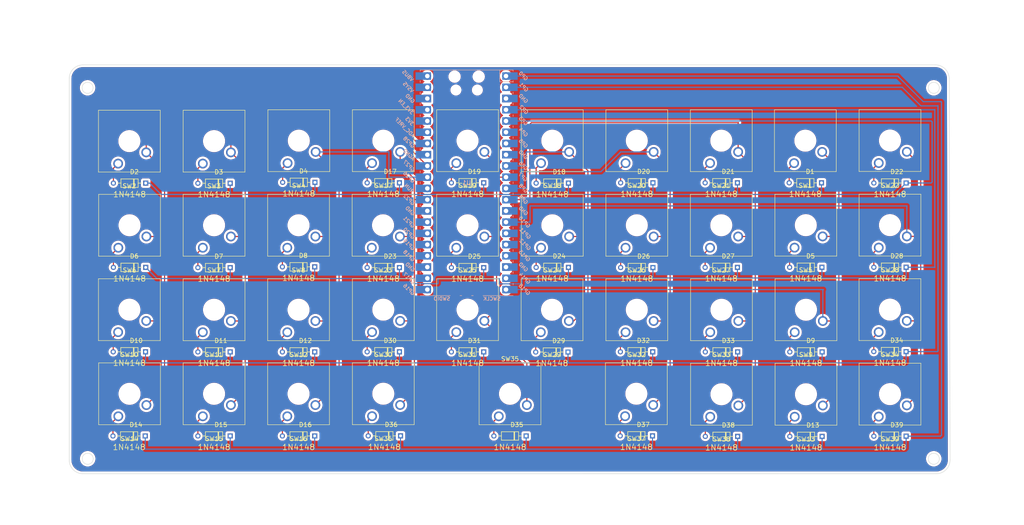
<source format=kicad_pcb>
(kicad_pcb (version 20211014) (generator pcbnew)
  (layers (0 "F.Cu" signal) (31 "B.Cu" signal) (34 "B.Paste" user) (35 "F.Paste" user) (36 "B.SilkS" user "B.Silkscreen") (37 "F.SilkS" user "F.Silkscreen") (38 "B.Mask" user) (39 "F.Mask" user) (44 "Edge.Cuts" user))
  (net 0 "")
  (net 1 "Net-(D1-Pad2)")
  (net 2 "Net-(D2-Pad2)")
  (net 3 "Net-(D3-Pad2)")
  (net 4 "Net-(D4-Pad2)")
  (net 5 "Net-(D5-Pad2)")
  (net 6 "Net-(D6-Pad2)")
  (net 7 "Net-(D7-Pad2)")
  (net 8 "Net-(D8-Pad2)")
  (net 9 "Net-(D9-Pad2)")
  (net 10 "Net-(D10-Pad2)")
  (net 11 "Net-(D11-Pad2)")
  (net 12 "Net-(D12-Pad2)")
  (net 13 "Net-(D13-Pad2)")
  (net 14 "Net-(D14-Pad2)")
  (net 15 "Net-(D15-Pad2)")
  (net 16 "Net-(D16-Pad2)")
  (net 17 "Net-(D17-Pad2)")
  (net 18 "Net-(D18-Pad2)")
  (net 19 "Net-(D19-Pad2)")
  (net 20 "Net-(D20-Pad2)")
  (net 42 "Net-(D21-Pad2)")
  (net 43 "Net-(D22-Pad2)")
  (net 44 "Net-(D23-Pad2)")
  (net 45 "Net-(D24-Pad2)")
  (net 46 "Net-(D25-Pad2)")
  (net 47 "Net-(D26-Pad2)")
  (net 48 "Net-(D27-Pad2)")
  (net 49 "Net-(D28-Pad2)")
  (net 50 "Net-(D29-Pad2)")
  (net 51 "Net-(D30-Pad2)")
  (net 52 "Net-(D31-Pad2)")
  (net 53 "Net-(D32-Pad2)")
  (net 54 "Net-(D33-Pad2)")
  (net 55 "Net-(D34-Pad2)")
  (net 56 "Net-(D35-Pad2)")
  (net 57 "Net-(D36-Pad2)")
  (net 58 "Net-(D37-Pad2)")
  (net 59 "Net-(D38-Pad2)")
  (net 60 "Net-(D39-Pad2)")
  (net 64 "Row0")
  (net 65 "Row1")
  (net 66 "Row2")
  (net 67 "Row3")
  (net 68 "Col5")
  (net 69 "Col6")
  (net 70 "Col7")
  (net 71 "Col8")
  (net 72 "Col9")
  (net 73 "Col4")
  (net 74 "Col3")
  (net 75 "Col2")
  (net 76 "Col1")
  (net 77 "Col0")
  (footprint "switchy:SW_Cherry_MX_1.00u_PCB" (layer "F.Cu") (at 101.475 130.865)
    (fp_text reference "SW15")
    (fp_text value "SW_Push")
  )
  (footprint "eec:Diotec_Semiconductor-1N4148-0" (layer "F.Cu") (at 232.695 107.35)
    (fp_text reference "D5")
    (fp_text value "1N4148")
  )
  (footprint "eec:Diotec_Semiconductor-1N4148-0" (layer "F.Cu") (at 194.395 145.45)
    (fp_text reference "D37")
    (fp_text value "1N4148")
  )
  (footprint "switchy:SW_Cherry_MX_1.00u_PCB" (layer "F.Cu") (at 158.775 111.845)
    (fp_text reference "SW31")
    (fp_text value "SW_Push")
  )
  (footprint "eec:Diotec_Semiconductor-1N4148-0" (layer "F.Cu") (at 98.935 107.42)
    (fp_text reference "D7")
    (fp_text value "1N4148")
  )
  (footprint "switchy:SW_Cherry_MX_1.00u_PCB" (layer "F.Cu") (at 235.275 130.965)
    (fp_text reference "SW13")
    (fp_text value "SW_Push")
  )
  (footprint "eec:Diotec_Semiconductor-1N4148-0" (layer "F.Cu") (at 251.726241 107.34)
    (fp_text reference "D28")
    (fp_text value "1N4148")
  )
  (footprint "switchy:SW_Cherry_MX_1.00u_PCB" (layer "F.Cu") (at 197.035 111.865)
    (fp_text reference "SW32")
    (fp_text value "SW_Push")
  )
  (footprint "eec:Diotec_Semiconductor-1N4148-0" (layer "F.Cu") (at 175.395 88.32)
    (fp_text reference "D18")
    (fp_text value "1N4148")
  )
  (footprint "switchy:SW_Cherry_MX_1.00u_PCB" (layer "F.Cu") (at 254.266241 130.935)
    (fp_text reference "SW39")
    (fp_text value "SW_Push")
  )
  (footprint "switchy:SW_Cherry_MX_1.00u_PCB" (layer "F.Cu") (at 197.035 73.645)
    (fp_text reference "SW20")
    (fp_text value "SW_Push")
  )
  (footprint "eec:Diotec_Semiconductor-1N4148-0" (layer "F.Cu") (at 232.735 145.57)
    (fp_text reference "D13")
    (fp_text value "1N4148")
  )
  (footprint "switchy:SW_Cherry_MX_1.00u_PCB" (layer "F.Cu") (at 139.735 73.645)
    (fp_text reference "SW17")
    (fp_text value "SW_Push")
  )
  (footprint "eec:Diotec_Semiconductor-1N4148-0" (layer "F.Cu") (at 98.935 145.47)
    (fp_text reference "D15")
    (fp_text value "1N4148")
  )
  (footprint "eec:Diotec_Semiconductor-1N4148-0" (layer "F.Cu") (at 165.835 145.47)
    (fp_text reference "D35")
    (fp_text value "1N4148")
  )
  (footprint "eec:Diotec_Semiconductor-1N4148-0" (layer "F.Cu") (at 175.295 126.5)
    (fp_text reference "D29")
    (fp_text value "1N4148")
  )
  (footprint "switchy:SW_Cherry_MX_1.00u_PCB" (layer "F.Cu") (at 235.235 92.745)
    (fp_text reference "SW5")
    (fp_text value "SW_Push")
  )
  (footprint "switchy:SW_Cherry_MX_1.00u_PCB" (layer "F.Cu") (at 177.875 111.865)
    (fp_text reference "SW29")
    (fp_text value "SW_Push")
  )
  (footprint "switchy:SW_Cherry_MX_1.00u_PCB" (layer "F.Cu") (at 101.475 92.765)
    (fp_text reference "SW7")
    (fp_text value "SW_Push")
  )
  (footprint "eec:Diotec_Semiconductor-1N4148-0" (layer "F.Cu") (at 194.435 126.45)
    (fp_text reference "D32")
    (fp_text value "1N4148")
  )
  (footprint "eec:Diotec_Semiconductor-1N4148-0" (layer "F.Cu") (at 156.235 126.47)
    (fp_text reference "D31")
    (fp_text value "1N4148")
  )
  (footprint "switchy:SW_Cherry_MX_1.00u_PCB" (layer "F.Cu") (at 216.135 73.645)
    (fp_text reference "SW21")
    (fp_text value "SW_Push")
  )
  (footprint "switchy:SW_Cherry_MX_1.00u_PCB" (layer "F.Cu") (at 177.935 92.765)
    (fp_text reference "SW24")
    (fp_text value "SW_Push")
  )
  (footprint "eec:Diotec_Semiconductor-1N4148-0" (layer "F.Cu") (at 98.935 88.35)
    (fp_text reference "D3")
    (fp_text value "1N4148")
  )
  (footprint "eec:Diotec_Semiconductor-1N4148-0" (layer "F.Cu") (at 98.935 126.47)
    (fp_text reference "D11")
    (fp_text value "1N4148")
  )
  (footprint "switchy:SW_Cherry_MX_1.00u_PCB" (layer "F.Cu") (at 82.375 130.865)
    (fp_text reference "SW14")
    (fp_text value "SW_Push")
  )
  (footprint "switchy:SW_Cherry_MX_1.00u_PCB" (layer "F.Cu") (at 120.575 130.865)
    (fp_text reference "SW16")
    (fp_text value "SW_Push")
  )
  (footprint "switchy:SW_Cherry_MX_1.00u_PCB" (layer "F.Cu") (at 216.175 130.965)
    (fp_text reference "SW38")
    (fp_text value "SW_Push")
  )
  (footprint "eec:Diotec_Semiconductor-1N4148-0" (layer "F.Cu") (at 213.635 126.47)
    (fp_text reference "D33")
    (fp_text value "1N4148")
  )
  (footprint "switchy:SW_Cherry_MX_2.00u_Plate" (layer "F.Cu") (at 168.375 130.865)
    (fp_text reference "SW35")
    (fp_text value "SW_Push")
  )
  (footprint "switchy:SW_Cherry_MX_1.00u_PCB" (layer "F.Cu") (at 120.635 73.645)
    (fp_text reference "SW4")
    (fp_text value "SW_Push")
  )
  (footprint "switchy:SW_Cherry_MX_1.00u_PCB" (layer "F.Cu") (at 139.735 130.845)
    (fp_text reference "SW36")
    (fp_text value "SW_Push")
  )
  (footprint "switchy:SW_Cherry_MX_1.00u_PCB" (layer "F.Cu") (at 158.775 92.765)
    (fp_text reference "SW25")
    (fp_text value "SW_Push")
  )
  (footprint "switchy:SW_Cherry_MX_1.00u_PCB" (layer "F.Cu") (at 235.135 73.645)
    (fp_text reference "SW1")
    (fp_text value "SW_Push")
  )
  (footprint "eec:Diotec_Semiconductor-1N4148-0" (layer "F.Cu") (at 79.735 145.47)
    (fp_text reference "D14")
    (fp_text value "1N4148")
  )
  (footprint "switchy:SW_Cherry_MX_1.00u_PCB" (layer "F.Cu") (at 120.575 111.865)
    (fp_text reference "SW12")
    (fp_text value "SW_Push")
  )
  (footprint "eec:Diotec_Semiconductor-1N4148-0" (layer "F.Cu") (at 79.835 88.32)
    (fp_text reference "D2")
    (fp_text value "1N4148")
  )
  (footprint "switchy:SW_Cherry_MX_1.00u_PCB" (layer "F.Cu") (at 235.275 111.865)
    (fp_text reference "SW9")
    (fp_text value "SW_Push")
  )
  (footprint "eec:Diotec_Semiconductor-1N4148-0" (layer "F.Cu") (at 156.235 107.42)
    (fp_text reference "D25")
    (fp_text value "1N4148")
  )
  (footprint "switchy:SW_Cherry_MX_1.00u_PCB" (layer "F.Cu") (at 101.475 73.745)
    (fp_text reference "SW3")
    (fp_text value "SW_Push")
  )
  (footprint "eec:Diotec_Semiconductor-1N4148-0" (layer "F.Cu") (at 156.235 88.25)
    (fp_text reference "D19")
    (fp_text value "1N4148")
  )
  (footprint "eec:Diotec_Semiconductor-1N4148-0" (layer "F.Cu") (at 118.035 126.47)
    (fp_text reference "D12")
    (fp_text value "1N4148")
  )
  (footprint "eec:Diotec_Semiconductor-1N4148-0" (layer "F.Cu") (at 137.435 145.445)
    (fp_text reference "D36")
    (fp_text value "1N4148")
  )
  (footprint "eec:Diotec_Semiconductor-1N4148-0" (layer "F.Cu") (at 118.035 145.47)
    (fp_text reference "D16")
    (fp_text value "1N4148")
  )
  (footprint "switchy:SW_Cherry_MX_1.00u_PCB" (layer "F.Cu") (at 196.935 130.845)
    (fp_text reference "SW37")
    (fp_text value "SW_Push")
  )
  (footprint "eec:Diotec_Semiconductor-1N4148-0" (layer "F.Cu") (at 232.595 88.25)
    (fp_text reference "D1")
    (fp_text value "1N4148")
  )
  (footprint "eec:Diotec_Semiconductor-1N4148-0" (layer "F.Cu") (at 137.195 126.45)
    (fp_text reference "D30")
    (fp_text value "1N4148")
  )
  (footprint "switchy:SW_Cherry_MX_1.00u_PCB" (layer "F.Cu") (at 82.335 73.745)
    (fp_text reference "SW2")
    (fp_text value "SW_Push")
  )
  (footprint "eec:Diotec_Semiconductor-1N4148-0" (layer "F.Cu") (at 232.735 126.47)
    (fp_text reference "D9")
    (fp_text value "1N4148")
  )
  (footprint "eec:Diotec_Semiconductor-1N4148-0" (layer "F.Cu") (at 213.595 88.25)
    (fp_text reference "D21")
    (fp_text value "1N4148")
  )
  (footprint "eec:Diotec_Semiconductor-1N4148-0" (layer "F.Cu") (at 194.495 107.4)
    (fp_text reference "D26")
    (fp_text value "1N4148")
  )
  (footprint "eec:Diotec_Semiconductor-1N4148-0" (layer "F.Cu") (at 118.095 88.145)
    (fp_text reference "D4")
    (fp_text value "1N4148")
  )
  (footprint "switchy:SW_Cherry_MX_1.00u_PCB" (layer "F.Cu") (at 254.256241 111.835)
    (fp_text reference "SW34")
    (fp_text value "SW_Push")
  )
  (footprint "eec:Diotec_Semiconductor-1N4148-0" (layer "F.Cu") (at 194.495 88.25)
    (fp_text reference "D20")
    (fp_text value "1N4148")
  )
  (footprint "switchy:SW_Cherry_MX_1.00u_PCB" (layer "F.Cu") (at 120.575 92.765)
    (fp_text reference "SW8")
    (fp_text value "SW_Push")
  )
  (footprint "switchy:SW_Cherry_MX_1.00u_PCB" (layer "F.Cu") (at 254.266241 73.615)
    (fp_text reference "SW22")
    (fp_text value "SW_Push")
  )
  (footprint "eec:Diotec_Semiconductor-1N4148-0" (layer "F.Cu") (at 213.635 145.57)
    (fp_text reference "D38")
    (fp_text value "1N4148")
  )
  (footprint "switchy:SW_Cherry_MX_1.00u_PCB" (layer "F.Cu") (at 82.335 111.845)
    (fp_text reference "SW10")
    (fp_text value "SW_Push")
  )
  (footprint "switchy:SW_Cherry_MX_1.00u_PCB" (layer "F.Cu") (at 139.735 111.845)
    (fp_text reference "SW30")
    (fp_text value "SW_Push")
  )
  (footprint "switchy:SW_Cherry_MX_1.00u_PCB" (layer "F.Cu") (at 216.135 92.765)
    (fp_text reference "SW27")
    (fp_text value "SW_Push")
  )
  (footprint "eec:Diotec_Semiconductor-1N4148-0" (layer "F.Cu") (at 79.835 107.37)
    (fp_text reference "D6")
    (fp_text value "1N4148")
  )
  (footprint "eec:Diotec_Semiconductor-1N4148-0" (layer "F.Cu") (at 213.595 107.37)
    (fp_text reference "D27")
    (fp_text value "1N4148")
  )
  (footprint "switchy:SW_Cherry_MX_1.00u_PCB" (layer "F.Cu") (at 101.475 111.865)
    (fp_text reference "SW11")
    (fp_text value "SW_Push")
  )
  (footprint "eec:Diotec_Semiconductor-1N4148-0" (layer "F.Cu") (at 79.795 126.45)
    (fp_text reference "D10")
    (fp_text value "1N4148")
  )
  (footprint "eec:Diotec_Semiconductor-1N4148-0" (layer "F.Cu") (at 175.395 107.37)
    (fp_text reference "D24")
    (fp_text value "1N4148")
  )
  (footprint "eec:Diotec_Semiconductor-1N4148-0" (layer "F.Cu") (at 251.726241 88.29)
    (fp_text reference "D22")
    (fp_text value "1N4148")
  )
  (footprint "eec:Diotec_Semiconductor-1N4148-0" (layer "F.Cu") (at 251.726241 145.52)
    (fp_text reference "D39")
    (fp_text value "1N4148")
  )
  (footprint "eec:Diotec_Semiconductor-1N4148-0" (layer "F.Cu") (at 251.716241 126.4)
    (fp_text reference "D34")
    (fp_text value "1N4148")
  )
  (footprint "eec:Diotec_Semiconductor-1N4148-0" (layer "F.Cu") (at 137.195 107.4)
    (fp_text reference "D23")
    (fp_text value "1N4148")
  )
  (footprint "switchy:SW_Cherry_MX_1.00u_PCB" (layer "F.Cu") (at 82.375 92.765)
    (fp_text reference "SW6")
    (fp_text value "SW_Push")
  )
  (footprint "switchy:SW_Cherry_MX_1.00u_PCB" (layer "F.Cu") (at 139.675 92.765)
    (fp_text reference "SW23")
    (fp_text value "SW_Push")
  )
  (footprint "switchy:SW_Cherry_MX_1.00u_PCB" (layer "F.Cu") (at 177.935 73.645)
    (fp_text reference "SW18")
    (fp_text value "SW_Push")
  )
  (footprint "switchy:SW_Cherry_MX_1.00u_PCB" (layer "F.Cu") (at 216.175 111.865)
    (fp_text reference "SW33")
    (fp_text value "SW_Push")
  )
  (footprint "switchy:SW_Cherry_MX_1.00u_PCB" (layer "F.Cu") (at 197.035 92.765)
    (fp_text reference "SW26")
    (fp_text value "SW_Push")
  )
  (footprint "eec:Diotec_Semiconductor-1N4148-0" (layer "F.Cu") (at 118.035 107.245)
    (fp_text reference "D8")
    (fp_text value "1N4148")
  )
  (footprint "switchy:SW_Cherry_MX_1.00u_PCB" (layer "F.Cu") (at 254.266241 92.735)
    (fp_text reference "SW28")
    (fp_text value "SW_Push")
  )
  (footprint "switchy:SW_Cherry_MX_1.00u_PCB" (layer "F.Cu") (at 158.775 73.645)
    (fp_text reference "SW19")
    (fp_text value "SW_Push")
  )
  (footprint "eec:Diotec_Semiconductor-1N4148-0" (layer "F.Cu") (at 137.195 88.25)
    (fp_text reference "D17")
    (fp_text value "1N4148")
  )
  (footprint "MCU_RaspberryPi_and_Boards:RPi_Pico_SMD_TH" (layer "B.Cu") (at 156.035 88.245 180)
    (fp_text reference "U1")
    (fp_text value "Pico")
  )
  (gr_arc (start 69.292031 154.007969) (mid 67.1 153.1) (end 66.192031 150.907969) (layer "Edge.Cuts") (width 0.1))
  (gr_line (start 69.292031 154.007969) (end 262.207969 154) (layer "Edge.Cuts") (width 0.1))
  (gr_circle (center 261.625 150.625) (end 262.875 150.625) (layer "Edge.Cuts") (width 0.1) (fill none))
  (gr_line (start 265.307969 150.9) (end 265.107969 64.692031) (layer "Edge.Cuts") (width 0.1))
  (gr_circle (center 70.35 66.775) (end 71.6 66.775) (layer "Edge.Cuts") (width 0.1) (fill none))
  (gr_arc (start 265.307969 150.9) (mid 264.4 153.092031) (end 262.207969 154) (layer "Edge.Cuts") (width 0.1))
  (gr_circle (center 261.625 66.775) (end 262.875 66.775) (layer "Edge.Cuts") (width 0.1) (fill none))
  (gr_circle (center 70.375 150.625) (end 71.625 150.625) (layer "Edge.Cuts") (width 0.1) (fill none))
  (gr_line (start 66.192031 64.692031) (end 66.192031 150.907969) (layer "Edge.Cuts") (width 0.1))
  (gr_arc (start 262.007969 61.592031) (mid 264.2 62.5) (end 265.107969 64.692031) (layer "Edge.Cuts") (width 0.1))
  (gr_line (start 262.007969 61.592031) (end 69.292031 61.592031) (layer "Edge.Cuts") (width 0.1))
  (gr_arc (start 66.192031 64.692031) (mid 67.1 62.5) (end 69.292031 61.592031) (layer "Edge.Cuts") (width 0.1))
  (segment (start 228.945 88.25) (end 228.945 84.915) (width 0.25) (layer "F.Cu") (net 1))
  (segment (start 228.945 84.915) (end 230.055 83.805) (width 0.25) (layer "F.Cu") (net 1))
  (segment (start 76.185 84.975) (end 77.255 83.905) (width 0.25) (layer "F.Cu") (net 2))
  (segment (start 76.185 88.32) (end 76.185 84.975) (width 0.25) (layer "F.Cu") (net 2))
  (segment (start 95.285 88.35) (end 95.285 85.015) (width 0.25) (layer "F.Cu") (net 3))
  (segment (start 95.285 85.015) (end 96.395 83.905) (width 0.25) (layer "F.Cu") (net 3))
  (segment (start 114.445 88.145) (end 114.445 84.915) (width 0.25) (layer "F.Cu") (net 4))
  (segment (start 114.445 84.915) (end 115.555 83.805) (width 0.25) (layer "F.Cu") (net 4))
  (segment (start 229.045 107.35) (end 229.045 104.015) (width 0.25) (layer "F.Cu") (net 5))
  (segment (start 229.045 104.015) (end 230.155 102.905) (width 0.25) (layer "F.Cu") (net 5))
  (segment (start 76.185 107.37) (end 76.185 104.035) (width 0.25) (layer "F.Cu") (net 6))
  (segment (start 76.185 104.035) (end 77.295 102.925) (width 0.25) (layer "F.Cu") (net 6))
  (segment (start 95.285 104.035) (end 96.395 102.925) (width 0.25) (layer "F.Cu") (net 7))
  (segment (start 95.285 107.42) (end 95.285 104.035) (width 0.25) (layer "F.Cu") (net 7))
  (segment (start 114.385 104.035) (end 115.495 102.925) (width 0.25) (layer "F.Cu") (net 8))
  (segment (start 114.385 107.245) (end 114.385 104.035) (width 0.25) (layer "F.Cu") (net 8))
  (segment (start 229.085 126.47) (end 229.085 123.135) (width 0.25) (layer "F.Cu") (net 9))
  (segment (start 229.085 123.135) (end 230.195 122.025) (width 0.25) (layer "F.Cu") (net 9))
  (segment (start 76.145 126.45) (end 76.145 123.115) (width 0.25) (layer "F.Cu") (net 10))
  (segment (start 76.145 123.115) (end 77.255 122.005) (width 0.25) (layer "F.Cu") (net 10))
  (segment (start 95.285 123.135) (end 96.395 122.025) (width 0.25) (layer "F.Cu") (net 11))
  (segment (start 95.285 126.47) (end 95.285 123.135) (width 0.25) (layer "F.Cu") (net 11))
  (segment (start 114.385 126.47) (end 114.385 123.135) (width 0.25) (layer "F.Cu") (net 12))
  (segment (start 114.385 123.135) (end 115.495 122.025) (width 0.25) (layer "F.Cu") (net 12))
  (segment (start 229.085 142.235) (end 230.195 141.125) (width 0.25) (layer "F.Cu") (net 13))
  (segment (start 229.085 145.57) (end 229.085 142.235) (width 0.25) (layer "F.Cu") (net 13))
  (segment (start 76.085 142.235) (end 77.295 141.025) (width 0.25) (layer "F.Cu") (net 14))
  (segment (start 76.085 145.47) (end 76.085 142.235) (width 0.25) (layer "F.Cu") (net 14))
  (segment (start 95.285 145.47) (end 95.285 142.135) (width 0.25) (layer "F.Cu") (net 15))
  (segment (start 95.285 142.135) (end 96.395 141.025) (width 0.25) (layer "F.Cu") (net 15))
  (segment (start 114.385 145.47) (end 114.385 142.135) (width 0.25) (layer "F.Cu") (net 16))
  (segment (start 114.385 142.135) (end 115.495 141.025) (width 0.25) (layer "F.Cu") (net 16))
  (segment (start 133.545 88.25) (end 133.545 84.915) (width 0.25) (layer "F.Cu") (net 17))
  (segment (start 133.545 84.915) (end 134.655 83.805) (width 0.25) (layer "F.Cu") (net 17))
  (segment (start 171.745 84.915) (end 172.855 83.805) (width 0.25) (layer "F.Cu") (net 18))
  (segment (start 171.745 88.32) (end 171.745 84.915) (width 0.25) (layer "F.Cu") (net 18))
  (segment (start 152.585 88.25) (end 152.585 84.915) (width 0.25) (layer "F.Cu") (net 19))
  (segment (start 152.585 84.915) (end 153.695 83.805) (width 0.25) (layer "F.Cu") (net 19))
  (segment (start 190.845 84.915) (end 191.955 83.805) (width 0.25) (layer "F.Cu") (net 20))
  (segment (start 190.845 88.25) (end 190.845 84.915) (width 0.25) (layer "F.Cu") (net 20))
  (segment (start 209.945 84.915) (end 211.055 83.805) (width 0.25) (layer "F.Cu") (net 42))
  (segment (start 209.945 88.25) (end 209.945 84.915) (width 0.25) (layer "F.Cu") (net 42))
  (segment (start 248.076241 84.885) (end 249.186241 83.775) (width 0.25) (layer "F.Cu") (net 43))
  (segment (start 248.076241 88.29) (end 248.076241 84.885) (width 0.25) (layer "F.Cu") (net 43))
  (segment (start 133.545 107.4) (end 133.545 103.975) (width 0.25) (layer "F.Cu") (net 44))
  (segment (start 133.545 103.975) (end 134.595 102.925) (width 0.25) (layer "F.Cu") (net 44))
  (segment (start 171.745 107.37) (end 171.745 104.035) (width 0.25) (layer "F.Cu") (net 45))
  (segment (start 171.745 104.035) (end 172.855 102.925) (width 0.25) (layer "F.Cu") (net 45))
  (segment (start 152.585 104.035) (end 153.695 102.925) (width 0.25) (layer "F.Cu") (net 46))
  (segment (start 152.585 107.42) (end 152.585 104.035) (width 0.25) (layer "F.Cu") (net 46))
  (segment (start 190.845 104.035) (end 191.955 102.925) (width 0.25) (layer "F.Cu") (net 47))
  (segment (start 190.845 107.4) (end 190.845 104.035) (width 0.25) (layer "F.Cu") (net 47))
  (segment (start 209.945 107.37) (end 209.945 104.035) (width 0.25) (layer "F.Cu") (net 48))
  (segment (start 209.945 104.035) (end 211.055 102.925) (width 0.25) (layer "F.Cu") (net 48))
  (segment (start 248.076241 107.34) (end 248.076241 104.005) (width 0.25) (layer "F.Cu") (net 49))
  (segment (start 248.076241 104.005) (end 249.186241 102.895) (width 0.25) (layer "F.Cu") (net 49))
  (segment (start 171.645 123.175) (end 172.795 122.025) (width 0.25) (layer "F.Cu") (net 50))
  (segment (start 171.645 126.5) (end 171.645 123.175) (width 0.25) (layer "F.Cu") (net 50))
  (segment (start 133.545 123.115) (end 134.655 122.005) (width 0.25) (layer "F.Cu") (net 51))
  (segment (start 133.545 126.45) (end 133.545 123.115) (width 0.25) (layer "F.Cu") (net 51))
  (segment (start 152.585 123.115) (end 153.695 122.005) (width 0.25) (layer "F.Cu") (net 52))
  (segment (start 152.585 126.47) (end 152.585 123.115) (width 0.25) (layer "F.Cu") (net 52))
  (segment (start 190.785 126.45) (end 190.785 123.195) (width 0.25) (layer "F.Cu") (net 53))
  (segment (start 190.785 123.195) (end 191.955 122.025) (width 0.25) (layer "F.Cu") (net 53))
  (segment (start 209.985 126.47) (end 209.985 123.135) (width 0.25) (layer "F.Cu") (net 54))
  (segment (start 209.985 123.135) (end 211.095 122.025) (width 0.25) (layer "F.Cu") (net 54))
  (segment (start 248.066241 126.4) (end 248.066241 123.105) (width 0.25) (layer "F.Cu") (net 55))
  (segment (start 248.066241 123.105) (end 249.176241 121.995) (width 0.25) (layer "F.Cu") (net 55))
  (segment (start 162.185 142.135) (end 163.295 141.025) (width 0.25) (layer "F.Cu") (net 56))
  (segment (start 162.185 145.47) (end 162.185 142.135) (width 0.25) (layer "F.Cu") (net 56))
  (segment (start 133.785 145.445) (end 133.785 141.875) (width 0.25) (layer "F.Cu") (net 57))
  (segment (start 133.785 141.875) (end 134.655 141.005) (width 0.25) (layer "F.Cu") (net 57))
  (segment (start 190.745 145.45) (end 190.745 142.115) (width 0.25) (layer "F.Cu") (net 58))
  (segment (start 190.745 142.115) (end 191.855 141.005) (width 0.25) (layer "F.Cu") (net 58))
  (segment (start 209.985 145.57) (end 209.985 142.235) (width 0.25) (layer "F.Cu") (net 59))
  (segment (start 209.985 142.235) (end 211.095 141.125) (width 0.25) (layer "F.Cu") (net 59))
  (segment (start 248.076241 142.205) (end 249.186241 141.095) (width 0.25) (layer "F.Cu") (net 60))
  (segment (start 248.076241 145.52) (end 248.076241 142.205) (width 0.25) (layer "F.Cu") (net 60))
  (segment (start 121.745 88.145) (end 121.745 90.83) (width 0.25) (layer "B.Cu") (net 64))
  (segment (start 179.045 88.32) (end 179.045 90.77) (width 0.25) (layer "B.Cu") (net 64))
  (segment (start 236.245 88.25) (end 236.245 90.845) (width 0.25) (layer "B.Cu") (net 64))
  (segment (start 121.795 90.88) (end 140.98 90.88) (width 0.25) (layer "B.Cu") (net 64))
  (segment (start 217.245 90.82) (end 217.305 90.88) (width 0.25) (layer "B.Cu") (net 64))
  (segment (start 252.786241 90.88) (end 255.376241 88.29) (width 0.25) (layer "B.Cu") (net 64))
  (segment (start 102.585 90.835) (end 102.63 90.88) (width 0.25) (layer "B.Cu") (net 64))
  (segment (start 261.25 74.475) (end 261.05 74.275) (width 0.25) (layer "B.Cu") (net 64))
  (segment (start 84.41 88.32) (end 86.97 90.88) (width 0.25) (layer "B.Cu") (net 64))
  (segment (start 102.585 88.35) (end 102.585 90.835) (width 0.25) (layer "B.Cu") (net 64))
  (segment (start 140.98 90.88) (end 159.98 90.88) (width 0.25) (layer "B.Cu") (net 64))
  (segment (start 255.376241 88.29) (end 261.035 88.29) (width 0.25) (layer "B.Cu") (net 64))
  (segment (start 179.155 90.88) (end 198.045 90.88) (width 0.25) (layer "B.Cu") (net 64))
  (segment (start 159.885 90.785) (end 159.98 90.88) (width 0.25) (layer "B.Cu") (net 64))
  (segment (start 198.045 90.88) (end 217.305 90.88) (width 0.25) (layer "B.Cu") (net 64))
  (segment (start 179.045 90.77) (end 179.155 90.88) (width 0.25) (layer "B.Cu") (net 64))
  (segment (start 83.485 88.32) (end 84.41 88.32) (width 0.25) (layer "B.Cu") (net 64))
  (segment (start 217.305 90.88) (end 236.28 90.88) (width 0.25) (layer "B.Cu") (net 64))
  (segment (start 261.035 88.29) (end 261.25 88.075) (width 0.25) (layer "B.Cu") (net 64))
  (segment (start 236.245 90.845) (end 236.28 90.88) (width 0.25) (layer "B.Cu") (net 64))
  (segment (start 159.885 88.25) (end 159.885 90.785) (width 0.25) (layer "B.Cu") (net 64))
  (segment (start 140.845 88.25) (end 140.845 90.745) (width 0.25) (layer "B.Cu") (net 64))
  (segment (start 121.745 90.83) (end 121.795 90.88) (width 0.25) (layer "B.Cu") (net 64))
  (segment (start 140.845 90.745) (end 140.98 90.88) (width 0.25) (layer "B.Cu") (net 64))
  (segment (start 261.25 88.075) (end 261.25 74.475) (width 0.25) (layer "B.Cu") (net 64))
  (segment (start 261.05 74.275) (end 164.925 74.275) (width 0.25) (layer "B.Cu") (net 64))
  (segment (start 102.63 90.88) (end 121.795 90.88) (width 0.25) (layer "B.Cu") (net 64))
  (segment (start 159.98 90.88) (end 179.155 90.88) (width 0.25) (layer "B.Cu") (net 64))
  (segment (start 198.145 88.25) (end 198.145 90.78) (width 0.25) (layer "B.Cu") (net 64))
  (segment (start 86.97 90.88) (end 102.63 90.88) (width 0.25) (layer "B.Cu") (net 64))
  (segment (start 236.28 90.88) (end 252.786241 90.88) (width 0.25) (layer "B.Cu") (net 64))
  (segment (start 198.145 90.78) (end 198.045 90.88) (width 0.25) (layer "B.Cu") (net 64))
  (segment (start 217.245 88.25) (end 217.245 90.82) (width 0.25) (layer "B.Cu") (net 64))
  (segment (start 102.585 109.76) (end 102.7 109.875) (width 0.25) (layer "B.Cu") (net 65))
  (segment (start 261.85 71.7) (end 261.815 71.735) (width 0.25) (layer "B.Cu") (net 65))
  (segment (start 121.799999 109.874999) (end 140.899999 109.874999) (width 0.25) (layer "B.Cu") (net 65))
  (segment (start 179.158494 109.758494) (end 198.133494 109.758494) (width 0.25) (layer "B.Cu") (net 65))
  (segment (start 261.85 107.375) (end 261.85 71.7) (width 0.25) (layer "B.Cu") (net 65))
  (segment (start 217.245 109.67) (end 217.333494 109.758494) (width 0.25) (layer "B.Cu") (net 65))
  (segment (start 236.345 107.35) (end 236.345 109.755) (width 0.25) (layer "B.Cu") (net 65))
  (segment (start 236.345 109.755) (end 236.341506 109.758494) (width 0.25) (layer "B.Cu") (net 65))
  (segment (start 236.341506 109.758494) (end 255.369026 109.758494) (width 0.25) (layer "B.Cu") (net 65))
  (segment (start 85.99 109.875) (end 102.7 109.875) (width 0.25) (layer "B.Cu") (net 65))
  (segment (start 163.425 111.075) (end 163.437648 111.087648) (width 0.25) (layer "B.Cu") (net 65))
  (segment (start 198.145 107.4) (end 198.145 109.746988) (width 0.25) (layer "B.Cu") (net 65))
  (segment (start 198.133494 109.758494) (end 217.333494 109.758494) (width 0.25) (layer "B.Cu") (net 65))
  (segment (start 140.899999 109.874999) (end 144.17 109.874999) (width 0.25) (layer "B.Cu") (net 65))
  (segment (start 261.815 107.34) (end 261.85 107.375) (width 0.25) (layer "B.Cu") (net 65))
  (segment (start 163.437648 111.087648) (end 168.516941 111.087648) (width 0.25) (layer "B.Cu") (net 65))
  (segment (start 179.045 107.37) (end 179.045 109.645) (width 0.25) (layer "B.Cu") (net 65))
  (segment (start 144.21 111.05) (end 149.5 111.05) (width 0.25) (layer "B.Cu") (net 65))
  (segment (start 217.333494 109.758494) (end 236.341506 109.758494) (width 0.25) (layer "B.Cu") (net 65))
  (segment (start 255.369026 109.758494) (end 255.376241 109.751279) (width 0.25) (layer "B.Cu") (net 65))
  (segment (start 140.845 107.4) (end 140.845 109.82) (width 0.25) (layer "B.Cu") (net 65))
  (segment (start 149.5 111.05) (end 149.575 110.975) (width 0.25) (layer "B.Cu") (net 65))
  (segment (start 168.516941 111.087648) (end 168.54936 111.055229) (width 0.25) (layer "B.Cu") (net 65))
  (segment (start 149.575 110.975) (end 149.575 109.925) (width 0.25) (layer "B.Cu") (net 65))
  (segment (start 198.145 109.746988) (end 198.133494 109.758494) (width 0.25) (layer "B.Cu") (net 65))
  (segment (start 217.245 107.37) (end 217.245 109.67) (width 0.25) (layer "B.Cu") (net 65))
  (segment (start 255.376241 109.751279) (end 255.376241 107.34) (width 0.25) (layer "B.Cu") (net 65))
  (segment (start 144.17 109.874999) (end 144.17 111.01) (width 0.25) (layer "B.Cu") (net 65))
  (segment (start 163.425 109.973442) (end 163.425 111.075) (width 0.25) (layer "B.Cu") (net 65))
  (segment (start 144.17 111.01) (end 144.21 111.05) (width 0.25) (layer "B.Cu") (net 65))
  (segment (start 159.885 107.42) (end 159.885 109.835) (width 0.25) (layer "B.Cu") (net 65))
  (segment (start 83.485 107.37) (end 85.99 109.875) (width 0.25) (layer "B.Cu") (net 65))
  (segment (start 121.685 109.76) (end 121.799999 109.874999) (width 0.25) (layer "B.Cu") (net 65))
  (segment (start 179.045 109.645) (end 179.158494 109.758494) (width 0.25) (layer "B.Cu") (net 65))
  (segment (start 121.685 107.245) (end 121.685 109.76) (width 0.25) (layer "B.Cu") (net 65))
  (segment (start 163.376558 109.925) (end 163.425 109.973442) (width 0.25) (layer "B.Cu") (net 65))
  (segment (start 159.975 109.925) (end 163.376558 109.925) (width 0.25) (layer "B.Cu") (net 65))
  (segment (start 168.54936 111.055229) (end 168.54936 109.758494) (width 0.25) (layer "B.Cu") (net 65))
  (segment (start 159.885 109.835) (end 159.975 109.925) (width 0.25) (layer "B.Cu") (net 65))
  (segment (start 102.585 107.42) (end 102.585 109.76) (width 0.25) (layer "B.Cu") (net 65))
  (segment (start 168.54936 109.758494) (end 179.158494 109.758494) (width 0.25) (layer "B.Cu") (net 65))
  (segment (start 261.815 71.735) (end 164.925 71.735) (width 0.25) (layer "B.Cu") (net 65))
  (segment (start 149.575 109.925) (end 159.975 109.925) (width 0.25) (layer "B.Cu") (net 65))
  (segment (start 255.376241 107.34) (end 261.815 107.34) (width 0.25) (layer "B.Cu") (net 65))
  (segment (start 140.845 109.82) (end 140.899999 109.874999) (width 0.25) (layer "B.Cu") (net 65))
  (segment (start 102.7 109.875) (end 121.799999 109.874999) (width 0.25) (layer "B.Cu") (net 65))
  (segment (start 102.585 128.885) (end 102.65 128.95) (width 0.25) (layer "B.Cu") (net 66))
  (segment (start 217.285 128.885) (end 217.35 128.95) (width 0.25) (layer "B.Cu") (net 66))
  (segment (start 258.715813 70.860348) (end 262.54467 70.860348) (width 0.25) (layer "B.Cu") (net 66))
  (segment (start 236.385 126.47) (end 236.385 128.835) (width 0.25) (layer "B.Cu") (net 66))
  (segment (start 217.35 128.95) (end 236.5 128.95) (width 0.25) (layer "B.Cu") (net 66))
  (segment (start 262.579797 70.825221) (end 262.579797 126.295203) (width 0.25) (layer "B.Cu") (net 66))
  (segment (start 236.5 128.95) (end 255.300476 128.95) (width 0.25) (layer "B.Cu") (net 66))
  (segment (start 102.65 128.95) (end 121.75 128.95) (width 0.25) (layer "B.Cu") (net 66))
  (segment (start 159.925 128.95) (end 178.975 128.95) (width 0.25) (layer "B.Cu") (net 66))
  (segment (start 262.579797 126.295203) (end 262.475 126.4) (width 0.25) (layer "B.Cu") (net 66))
  (segment (start 198.085 126.45) (end 198.085 128.885) (width 0.25) (layer "B.Cu") (net 66))
  (segment (start 121.685 128.885) (end 121.75 128.95) (width 0.25) (layer "B.Cu") (net 66))
  (segment (start 178.975 128.95) (end 198.15 128.95) (width 0.25) (layer "B.Cu") (net 66))
  (segment (start 236.385 128.835) (end 236.5 128.95) (width 0.25) (layer "B.Cu") (net 66))
  (segment (start 255.366241 126.4) (end 262.475 126.4) (width 0.25) (layer "B.Cu") (net 66))
  (segment (start 178.945 126.5) (end 178.945 128.92) (width 0.25) (layer "B.Cu") (net 66))
  (segment (start 178.945 128.92) (end 178.975 128.95) (width 0.25) (layer "B.Cu") (net 66))
  (segment (start 83.445 128.87) (end 83.525 128.95) (width 0.25) (layer "B.Cu") (net 66))
  (segment (start 102.585 126.47) (end 102.585 128.885) (width 0.25) (layer "B.Cu") (net 66))
  (segment (start 140.845 126.45) (end 140.845 128.905) (width 0.25) (layer "B.Cu") (net 66))
  (segment (start 83.525 128.95) (end 102.65 128.95) (width 0.25) (layer "B.Cu") (net 66))
  (segment (start 254.510465 66.655) (end 258.715813 70.860348) (width 0.25) (layer "B.Cu") (net 66))
  (segment (start 140.8 128.95) (end 159.925 128.95) (width 0.25) (layer "B.Cu") (net 66))
  (segment (start 121.75 128.95) (end 140.8 128.95) (width 0.25) (layer "B.Cu") (net 66))
  (segment (start 140.845 128.905) (end 140.8 128.95) (width 0.25) (layer "B.Cu") (net 66))
  (segment (start 198.085 128.885) (end 198.15 128.95) (width 0.25) (layer "B.Cu") (net 66))
  (segment (start 262.54467 70.860348) (end 262.579797 70.825221) (width 0.25) (layer "B.Cu") (net 66))
  (segment (start 159.885 128.91) (end 159.925 128.95) (width 0.25) (layer "B.Cu") (net 66))
  (segment (start 121.685 126.47) (end 121.685 128.885) (width 0.25) (layer "B.Cu") (net 66))
  (segment (start 255.300476 128.95) (end 255.366241 128.884235) (width 0.25) (layer "B.Cu") (net 66))
  (segment (start 255.366241 128.884235) (end 255.366241 126.4) (width 0.25) (layer "B.Cu") (net 66))
  (segment (start 83.445 126.45) (end 83.445 128.87) (width 0.25) (layer "B.Cu") (net 66))
  (segment (start 164.925 66.655) (end 254.510465 66.655) (width 0.25) (layer "B.Cu") (net 66))
  (segment (start 198.15 128.95) (end 217.35 128.95) (width 0.25) (layer "B.Cu") (net 66))
  (segment (start 217.285 126.47) (end 217.285 128.885) (width 0.25) (layer "B.Cu") (net 66))
  (segment (start 159.885 126.47) (end 159.885 128.91) (width 0.25) (layer "B.Cu") (net 66))
  (segment (start 197.979371 148.454371) (end 217.354371 148.454371) (width 0.25) (layer "B.Cu") (net 67))
  (segment (start 253.65 64.25) (end 253.515 64.115) (width 0.25) (layer "B.Cu") (net 67))
  (segment (start 169.485 148.335) (end 169.604371 148.454371) (width 0.25) (layer "B.Cu") (net 67))
  (segment (start 83.385 148.423922) (end 83.415449 148.454371) (width 0.25) (layer "B.Cu") (net 67))
  (segment (start 236.385 148.31) (end 236.529371 148.454371) (width 0.25) (layer "B.Cu") (net 67))
  (segment (start 259.25 69.9) (end 253.65 64.3) (width 0.25) (layer "B.Cu") (net 67))
  (segment (start 169.604371 148.454371) (end 197.979371 148.454371) (width 0.25) (layer "B.Cu") (net 67))
  (segment (start 263.275 69.9) (end 259.25 69.9) (width 0.25) (layer "B.Cu") (net 67))
  (segment (start 236.529371 148.454371) (end 255.12913 148.454371) (width 0.25) (layer "B.Cu") (net 67))
  (segment (start 121.685 145.47) (end 121.685 148.418742) (width 0.25) (layer "B.Cu") (net 67))
  (segment (start 141.085 148.44) (end 141.070629 148.454371) (width 0.25) (layer "B.Cu") (net 67))
  (segment (start 141.085 145.445) (end 141.085 148.44) (width 0.25) (layer "B.Cu") (net 67))
  (segment (start 198.045 145.45) (end 198.045 148.388742) (width 0.25) (layer "B.Cu") (net 67))
  (segment (start 83.385 145.47) (end 83.385 148.423922) (width 0.25) (layer "B.Cu") (net 67))
  (segment (start 217.354371 148.454371) (end 236.529371 148.454371) (width 0.25) (layer "B.Cu") (net 67))
  (segment (start 253.65 64.3) (end 253.65 64.25) (width 0.25) (layer "B.Cu") (net 67))
  (segment (start 121.720629 148.454371) (end 141.070629 148.454371) (width 0.25) (layer "B.Cu") (net 67))
  (segment (start 263.375 70) (end 263.275 69.9) (width 0.25) (layer "B.Cu") (net 67))
  (segment (start 121.685 148.418742) (end 121.720629 148.454371) (width 0.25) (layer "B.Cu") (net 67))
  (segment (start 217.285 148.385) (end 217.354371 148.454371) (width 0.25) (layer "B.Cu") (net 67))
  (segment (start 263.375 145.3) (end 263.375 70) (width 0.25) (layer "B.Cu") (net 67))
  (segment (start 141.070629 148.454371) (end 169.604371 148.454371) (width 0.25) (layer "B.Cu") (net 67))
  (segment (start 236.385 145.57) (end 236.385 148.31) (width 0.25) (layer "B.Cu") (net 67))
  (segment (start 255.376241 148.20726) (end 255.376241 145.52) (width 0.25) (layer "B.Cu") (net 67))
  (segment (start 102.604371 148.454371) (end 121.720629 148.454371) (width 0.25) (layer "B.Cu") (net 67))
  (segment (start 263.155 145.52) (end 263.375 145.3) (width 0.25) (layer "B.Cu") (net 67))
  (segment (start 83.415449 148.454371) (end 102.604371 148.454371) (width 0.25) (layer "B.Cu") (net 67))
  (segment (start 198.045 148.388742) (end 197.979371 148.454371) (width 0.25) (layer "B.Cu") (net 67))
  (segment (start 217.285 145.57) (end 217.285 148.385) (width 0.25) (layer "B.Cu") (net 67))
  (segment (start 255.12913 148.454371) (end 255.376241 148.20726) (width 0.25) (layer "B.Cu") (net 67))
  (segment (start 102.585 148.435) (end 102.604371 148.454371) (width 0.25) (layer "B.Cu") (net 67))
  (segment (start 169.485 145.47) (end 169.485 148.335) (width 0.25) (layer "B.Cu") (net 67))
  (segment (start 255.376241 145.52) (end 263.155 145.52) (width 0.25) (layer "B.Cu") (net 67))
  (segment (start 253.515 64.115) (end 164.925 64.115) (width 0.25) (layer "B.Cu") (net 67))
  (segment (start 102.585 145.47) (end 102.585 148.435) (width 0.25) (layer "B.Cu") (net 67))
  (segment (start 162.825 86.975) (end 164.925 86.975) (width 0.25) (layer "F.Cu") (net 68))
  (segment (start 169.645 129.065) (end 160.045 119.465) (width 0.25) (layer "F.Cu") (net 68))
  (segment (start 160.045 81.265) (end 162.8 84.02) (width 0.25) (layer "F.Cu") (net 68))
  (segment (start 162.8 100.225) (end 162.64 100.385) (width 0.25) (layer "F.Cu") (net 68))
  (segment (start 162.64 100.385) (end 160.045 100.385) (width 0.25) (layer "F.Cu") (net 68))
  (segment (start 169.645 138.485) (end 169.645 129.065) (width 0.25) (layer "F.Cu") (net 68))
  (segment (start 162.8 84.02) (end 162.8 86.95) (width 0.25) (layer "F.Cu") (net 68))
  (segment (start 162.8 86.95) (end 162.825 86.975) (width 0.25) (layer "F.Cu") (net 68))
  (segment (start 162.8 86.95) (end 162.8 100.225) (width 0.25) (layer "F.Cu") (net 68))
  (segment (start 162.8 116.71) (end 160.045 119.465) (width 0.25) (layer "F.Cu") (net 68))
  (segment (start 162.8 100.225) (end 162.8 116.71) (width 0.25) (layer "F.Cu") (net 68))
  (segment (start 183.45 100.475) (end 183.36 100.385) (width 0.25) (layer "F.Cu") (net 69))
  (segment (start 180.215 119.485) (end 179.145 119.485) (width 0.25) (layer "F.Cu") (net 69))
  (segment (start 183.45 85.51) (end 183.45 100.475) (width 0.25) (layer "F.Cu") (net 69))
  (segment (start 179.205 81.265) (end 183.45 85.51) (width 0.25) (layer "F.Cu") (net 69))
  (segment (start 183.45 116.25) (end 180.215 119.485) (width 0.25) (layer "F.Cu") (net 69))
  (segment (start 183.45 100.475) (end 183.45 116.25) (width 0.25) (layer "F.Cu") (net 69))
  (segment (start 183.36 100.385) (end 179.205 100.385) (width 0.25) (layer "F.Cu") (net 69))
  (segment (start 179.205 81.265) (end 169.585 81.265) (width 0.25) (layer "B.Cu") (net 69))
  (segment (start 169.54 84.435) (end 164.925 84.435) (width 0.25) (layer "B.Cu") (net 69))
  (segment (start 169.5 84.325) (end 169.575 84.4) (width 0.25) (layer "B.Cu") (net 69))
  (segment (start 169.585 81.265) (end 169.5 81.35) (width 0.25) (layer "B.Cu") (net 69))
  (segment (start 169.575 84.4) (end 169.54 84.435) (width 0.25) (layer "B.Cu") (net 69))
  (segment (start 169.5 81.35) (end 169.5 84.325) (width 0.25) (layer "B.Cu") (net 69))
  (segment (start 202.025 119.475) (end 202.015 119.485) (width 0.25) (layer "F.Cu") (net 70))
  (segment (start 202.025 100.3) (end 202.025 119.475) (width 0.25) (layer "F.Cu") (net 70))
  (segment (start 202.015 119.485) (end 198.305 119.485) (width 0.25) (layer "F.Cu") (net 70))
  (segment (start 202.025 100.3) (end 201.94 100.385) (width 0.25) (layer "F.Cu") (net 70))
  (segment (start 201.99 84.95) (end 202.025 84.95) (width 0.25) (layer "F.Cu") (net 70))
  (segment (start 198.305 81.265) (end 201.99 84.95) (width 0.25) (layer "F.Cu") (net 70))
  (segment (start 202.025 84.95) (end 202.025 100.3) (width 0.25) (layer "F.Cu") (net 70))
  (segment (start 202.025 119.475) (end 202.025 134.645) (width 0.25) (layer "F.Cu") (net 70))
  (segment (start 201.94 100.385) (end 198.305 100.385) (width 0.25) (layer "F.Cu") (net 70))
  (segment (start 202.025 134.645) (end 198.205 138.465) (width 0.25) (layer "F.Cu") (net 70))
  (segment (start 198.305 81.265) (end 190.86 81.265) (width 0.25) (layer "B.Cu") (net 70))
  (segment (start 169.575 85.575) (end 169.575 89.5) (width 0.25) (layer "B.Cu") (net 70))
  (segment (start 169.575 89.5) (end 169.56 89.515) (width 0.25) (layer "B.Cu") (net 70))
  (segment (start 169.56 89.515) (end 164.925 89.515) (width 0.25) (layer "B.Cu") (net 70))
  (segment (start 186.4 85.725) (end 169.725 85.725) (width 0.25) (layer "B.Cu") (net 70))
  (segment (start 190.86 81.265) (end 186.4 85.725) (width 0.25) (layer "B.Cu") (net 70))
  (segment (start 169.725 85.725) (end 169.575 85.575) (width 0.25) (layer "B.Cu") (net 70))
  (segment (start 217.471485 74.649249) (end 217.405 74.715734) (width 0.25) (layer "F.Cu") (net 71))
  (segment (start 221.275 119.25) (end 221.275 134.755) (width 0.25) (layer "F.Cu") (net 71))
  (segment (start 170.325 75) (end 170.675751 74.649249) (width 0.25) (layer "F.Cu") (net 71))
  (segment (start 169.87 92.055) (end 170.325 91.6) (width 0.25) (layer "F.Cu") (net 71))
  (segment (start 221.04 119.485) (end 217.445 119.485) (width 0.25) (layer "F.Cu") (net 71))
  (segment (start 221.275 134.755) (end 217.445 138.585) (width 0.25) (layer "F.Cu") (net 71))
  (segment (start 217.405 74.715734) (end 217.405 81.265) (width 0.25) (layer "F.Cu") (net 71))
  (segment (start 221.275 85.1) (end 221.275 100.375) (width 0.25) (layer "F.Cu") (net 71))
  (segment (start 170.675751 74.649249) (end 217.471485 74.649249) (width 0.25) (layer "F.Cu") (net 71))
  (segment (start 221.275 100.375) (end 221.265 100.385) (width 0.25) (layer "F.Cu") (net 71))
  (segment (start 164.925 92.055) (end 169.87 92.055) (width 0.25) (layer "F.Cu") (net 71))
  (segment (start 221.275 100.375) (end 221.275 119.25) (width 0.25) (layer "F.Cu") (net 71))
  (segment (start 170.325 91.6) (end 170.325 75) (width 0.25) (layer "F.Cu") (net 71))
  (segment (start 221.265 100.385) (end 217.405 100.385) (width 0.25) (layer "F.Cu") (net 71))
  (segment (start 221.24 85.1) (end 221.275 85.1) (width 0.25) (layer "F.Cu") (net 71))
  (segment (start 221.275 119.25) (end 221.04 119.485) (width 0.25) (layer "F.Cu") (net 71))
  (segment (start 217.405 81.265) (end 221.24 85.1) (width 0.25) (layer "F.Cu") (net 71))
  (segment (start 255.536241 81.235) (end 258.675 84.373759) (width 0.25) (layer "F.Cu") (net 72))
  (segment (start 258.675 135.416241) (end 255.536241 138.555) (width 0.25) (layer "F.Cu") (net 72))
  (segment (start 258.42 100.355) (end 255.536241 100.355) (width 0.25) (layer "F.Cu") (net 72))
  (segment (start 258.675 119.6) (end 258.675 135.416241) (width 0.25) (layer "F.Cu") (net 72))
  (segment (start 258.675 100.1) (end 258.42 100.355) (width 0.25) (layer "F.Cu") (net 72))
  (segment (start 258.53 119.455) (end 255.526241 119.455) (width 0.25) (layer "F.Cu") (net 72))
  (segment (start 258.675 84.373759) (end 258.675 100.1) (width 0.25) (layer "F.Cu") (net 72))
  (segment (start 258.675 119.6) (end 258.53 119.455) (width 0.25) (layer "F.Cu") (net 72))
  (segment (start 258.675 100.1) (end 258.675 119.6) (width 0.25) (layer "F.Cu") (net 72))
  (segment (start 255.55 93.475) (end 170.37367 93.475) (width 0.25) (layer "B.Cu") (net 72))
  (segment (start 170.36 97.135) (end 170.368861 97.143861) (width 0.25) (layer "B.Cu") (net 72))
  (segment (start 255.536241 93.488759) (end 255.55 93.475) (width 0.25) (layer "B.Cu") (net 72))
  (segment (start 164.925 97.135) (end 170.36 97.135) (width 0.25) (layer "B.Cu") (net 72))
  (segment (start 170.368861 93.479809) (end 170.368861 97.143861) (width 0.25) (layer "B.Cu") (net 72))
  (segment (start 255.536241 100.355) (end 255.536241 93.488759) (width 0.25) (layer "B.Cu") (net 72))
  (segment (start 170.37367 93.475) (end 170.368861 93.479809) (width 0.25) (layer "B.Cu") (net 72))
  (segment (start 141.005 84.155) (end 141.005 81.265) (width 0.25) (layer "F.Cu") (net 73))
  (segment (start 144.225 92.025) (end 144.225 87.375) (width 0.25) (layer "F.Cu") (net 73))
  (segment (start 144.225 100.525) (end 144.225 92.025) (width 0.25) (layer "F.Cu") (net 73))
  (segment (start 144.225 135.245) (end 144.225 119.4) (width 0.25) (layer "F.Cu") (net 73))
  (segment (start 144.085 100.385) (end 140.945 100.385) (width 0.25) (layer "F.Cu") (net 73))
  (segment (start 144.225 100.525) (end 144.085 100.385) (width 0.25) (layer "F.Cu") (net 73))
  (segment (start 144.225 87.375) (end 141.005 84.155) (width 0.25) (layer "F.Cu") (net 73))
  (segment (start 144.225 92.025) (end 147.115 92.025) (width 0.25) (layer "F.Cu") (net 73))
  (segment (start 141.005 138.465) (end 144.225 135.245) (width 0.25) (layer "F.Cu") (net 73))
  (segment (start 144.225 119.4) (end 144.16 119.465) (width 0.25) (layer "F.Cu") (net 73))
  (segment (start 144.16 119.465) (end 141.005 119.465) (width 0.25) (layer "F.Cu") (net 73))
  (segment (start 147.115 92.025) (end 147.145 92.055) (width 0.25) (layer "F.Cu") (net 73))
  (segment (start 144.225 119.4) (end 144.225 100.525) (width 0.25) (layer "F.Cu") (net 73))
  (segment (start 121.845 100.385) (end 127.06 100.385) (width 0.25) (layer "F.Cu") (net 74))
  (segment (start 127.06 100.385) (end 127.2 100.525) (width 0.25) (layer "F.Cu") (net 74))
  (segment (start 127.2 100.525) (end 127.2 86.56) (width 0.25) (layer "F.Cu") (net 74))
  (segment (start 127.16 119.485) (end 127.2 119.525) (width 0.25) (layer "F.Cu") (net 74))
  (segment (start 127.2 86.56) (end 121.905 81.265) (width 0.25) (layer "F.Cu") (net 74))
  (segment (start 121.845 138.485) (end 127.2 133.13) (width 0.25) (layer "F.Cu") (net 74))
  (segment (start 127.2 119.525) (end 127.2 100.525) (width 0.25) (layer "F.Cu") (net 74))
  (segment (start 121.845 119.485) (end 127.16 119.485) (width 0.25) (layer "F.Cu") (net 74))
  (segment (start 127.2 133.13) (end 127.2 119.525) (width 0.25) (layer "F.Cu") (net 74))
  (segment (start 138.459977 81.316135) (end 138.459977 86.964576) (width 0.25) (layer "B.Cu") (net 74))
  (segment (start 121.905 81.265) (end 138.408842 81.265) (width 0.25) (layer "B.Cu") (net 74))
  (segment (start 138.470401 86.975) (end 147.145 86.975) (width 0.25) (layer "B.Cu") (net 74))
  (segment (start 138.459977 86.964576) (end 138.470401 86.975) (width 0.25) (layer "B.Cu") (net 74))
  (segment (start 138.408842 81.265) (end 138.459977 81.316135) (width 0.25) (layer "B.Cu") (net 74))
  (segment (start 141.475 68.9) (end 141.75 69.175) (width 0.25) (layer "F.Cu") (net 75))
  (segment (start 131.538604 68.875) (end 131.563604 68.9) (width 0.25) (layer "F.Cu") (net 75))
  (segment (start 102.745 119.485) (end 105.915 119.485) (width 0.25) (layer "F.Cu") (net 75))
  (segment (start 102.745 100.385) (end 105.96 100.385) (width 0.25) (layer "F.Cu") (net 75))
  (segment (start 105.975 119.425) (end 105.975 135.255) (width 0.25) (layer "F.Cu") (net 75))
  (segment (start 102.745 81.365) (end 102.745 69.03) (width 0.25) (layer "F.Cu") (net 75))
  (segment (start 141.75 69.175) (end 141.75 79.04) (width 0.25) (layer "F.Cu") (net 75))
  (segment (start 141.75 79.04) (end 147.145 84.435) (width 0.25) (layer "F.Cu") (net 75))
  (segment (start 105.915 119.485) (end 105.975 119.425) (width 0.25) (layer "F.Cu") (net 75))
  (segment (start 105.975 135.255) (end 102.745 138.485) (width 0.25) (layer "F.Cu") (net 75))
  (segment (start 105.96 100.385) (end 105.975 100.4) (width 0.25) (layer "F.Cu") (net 75))
  (segment (start 105.975 100.4) (end 105.975 119.425) (width 0.25) (layer "F.Cu") (net 75))
  (segment (start 102.9 68.875) (end 131.538604 68.875) (width 0.25) (layer "F.Cu") (net 75))
  (segment (start 102.745 69.03) (end 102.9 68.875) (width 0.25) (layer "F.Cu") (net 75))
  (segment (start 105.975 84.595) (end 105.975 100.4) (width 0.25) (layer "F.Cu") (net 75))
  (segment (start 131.563604 68.9) (end 141.475 68.9) (width 0.25) (layer "F.Cu") (net 75))
  (segment (start 102.745 81.365) (end 105.975 84.595) (width 0.25) (layer "F.Cu") (net 75))
  (segment (start 142.632369 67.099542) (end 142.675 67.142173) (width 0.25) (layer "F.Cu") (net 76))
  (segment (start 87.75 85.51) (end 87.75 100.325) (width 0.25) (layer "F.Cu") (net 76))
  (segment (start 83.55 67.225) (end 83.675458 67.099542) (width 0.25) (layer "F.Cu") (net 76))
  (segment (start 142.675 77.025) (end 145.005 79.355) (width 0.25) (layer "F.Cu") (net 76))
  (segment (start 87.69 100.385) (end 87.75 100.325) (width 0.25) (layer "F.Cu") (net 76))
  (segment (start 142.675 67.142173) (end 142.675 77.025) (width 0.25) (layer "F.Cu") (net 76))
  (segment (start 87.75 134.38) (end 83.645 138.485) (width 0.25) (layer "F.Cu") (net 76))
  (segment (start 87.74 119.465) (end 87.75 119.475) (width 0.25) (layer "F.Cu") (net 76))
  (segment (start 83.605 81.365) (end 83.605 67.28) (width 0.25) (layer "F.Cu") (net 76))
  (segment (start 83.605 119.465) (end 87.74 119.465) (width 0.25) (layer "F.Cu") (net 76))
  (segment (start 83.605 81.365) (end 87.75 85.51) (width 0.25) (layer "F.Cu") (net 76))
  (segment (start 145.005 79.355) (end 147.145 79.355) (width 0.25) (layer "F.Cu") (net 76))
  (segment (start 87.75 119.475) (end 87.75 134.38) (width 0.25) (layer "F.Cu") (net 76))
  (segment (start 83.605 67.28) (end 83.55 67.225) (width 0.25) (layer "F.Cu") (net 76))
  (segment (start 83.645 100.385) (end 87.69 100.385) (width 0.25) (layer "F.Cu") (net 76))
  (segment (start 83.675458 67.099542) (end 142.632369 67.099542) (width 0.25) (layer "F.Cu") (net 76))
  (segment (start 87.75 100.325) (end 87.75 119.475) (width 0.25) (layer "F.Cu") (net 76))
  (segment (start 239.99 119.485) (end 236.545 119.485) (width 0.25) (layer "F.Cu") (net 77))
  (segment (start 240.175 100.5) (end 240.04 100.365) (width 0.25) (layer "F.Cu") (net 77))
  (segment (start 240.04 100.365) (end 236.505 100.365) (width 0.25) (layer "F.Cu") (net 77))
  (segment (start 240.175 119.3) (end 240.175 134.955) (width 0.25) (layer "F.Cu") (net 77))
  (segment (start 240.175 119.3) (end 239.99 119.485) (width 0.25) (layer "F.Cu") (net 77))
  (segment (start 240.175 85.035) (end 240.175 100.5) (width 0.25) (layer "F.Cu") (net 77))
  (segment (start 240.175 100.5) (end 240.175 119.3) (width 0.25) (layer "F.Cu") (net 77))
  (segment (start 240.175 134.955) (end 236.545 138.585) (width 0.25) (layer "F.Cu") (net 77))
  (segment (start 236.405 81.265) (end 240.175 85.035) (width 0.25) (layer "F.Cu") (net 77))
  (segment (start 164.925 112.375) (end 236.675 112.375) (width 0.25) (layer "B.Cu") (net 77))
  (segment (start 236.545 112.505) (end 236.545 119.485) (width 0.25) (layer "B.Cu") (net 77))
  (segment (start 236.675 112.375) (end 236.545 112.505) (width 0.25) (layer "B.Cu") (net 77))
  (zone (net 0) (net_name "") (layers F&B.Cu) (connect_pads (clearance 0.508)) (min_thickness 0.254) (fill yes (thermal_gap 0.508) (thermal_bridge_width 0.508))
    (polygon (pts (xy 278.5 53.7) (xy 282.025 165.025) (xy 50.55 165.6) (xy 55.560386 51.935634) (xy 86.2 46.925)))
  )
)
</source>
